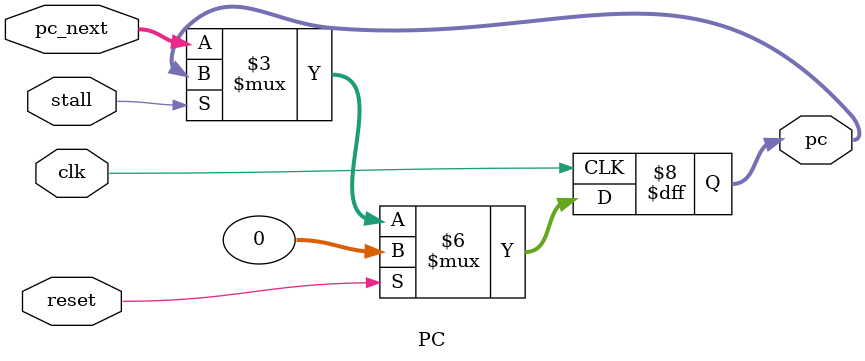
<source format=sv>
`timescale 1ns/1ps
module PC#(
   parameter data = 32
   )
   (
      input  logic  clk,
      input  logic  reset,

      input  logic [data-1:0]  pc_next,
      input  logic             stall,
      output logic [data-1:0]  pc
   );


   always_ff @( posedge clk  ) begin 
      if (reset) begin
         pc <= 0;
      end else if (!stall) begin
         pc <= pc_next;
      end   
   end
endmodule


</source>
